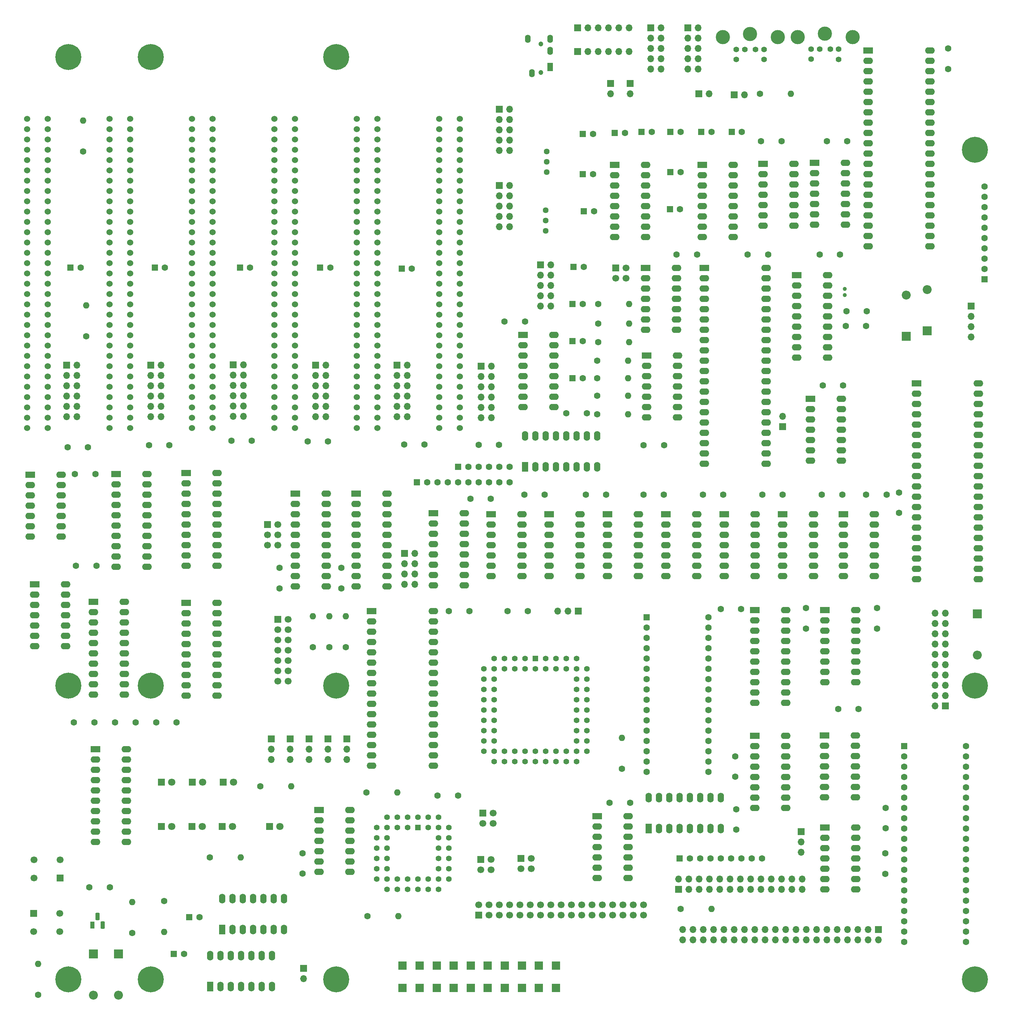
<source format=gbs>
%TF.GenerationSoftware,KiCad,Pcbnew,9.0.2*%
%TF.CreationDate,2025-11-03T15:21:29-06:00*%
%TF.ProjectId,N8PC,4e385043-2e6b-4696-9361-645f70636258,6/20/2025 004*%
%TF.SameCoordinates,Original*%
%TF.FileFunction,Soldermask,Bot*%
%TF.FilePolarity,Negative*%
%FSLAX46Y46*%
G04 Gerber Fmt 4.6, Leading zero omitted, Abs format (unit mm)*
G04 Created by KiCad (PCBNEW 9.0.2) date 2025-11-03 15:21:29*
%MOMM*%
%LPD*%
G01*
G04 APERTURE LIST*
G04 Aperture macros list*
%AMRoundRect*
0 Rectangle with rounded corners*
0 $1 Rounding radius*
0 $2 $3 $4 $5 $6 $7 $8 $9 X,Y pos of 4 corners*
0 Add a 4 corners polygon primitive as box body*
4,1,4,$2,$3,$4,$5,$6,$7,$8,$9,$2,$3,0*
0 Add four circle primitives for the rounded corners*
1,1,$1+$1,$2,$3*
1,1,$1+$1,$4,$5*
1,1,$1+$1,$6,$7*
1,1,$1+$1,$8,$9*
0 Add four rect primitives between the rounded corners*
20,1,$1+$1,$2,$3,$4,$5,0*
20,1,$1+$1,$4,$5,$6,$7,0*
20,1,$1+$1,$6,$7,$8,$9,0*
20,1,$1+$1,$8,$9,$2,$3,0*%
G04 Aperture macros list end*
%ADD10R,1.700000X1.700000*%
%ADD11C,1.700000*%
%ADD12O,1.700000X1.700000*%
%ADD13C,1.600000*%
%ADD14O,1.600000X1.600000*%
%ADD15R,2.400000X1.600000*%
%ADD16O,2.400000X1.600000*%
%ADD17RoundRect,0.250000X-0.550000X-0.550000X0.550000X-0.550000X0.550000X0.550000X-0.550000X0.550000X0*%
%ADD18R,1.600000X2.400000*%
%ADD19O,1.600000X2.400000*%
%ADD20R,2.200000X2.200000*%
%ADD21O,2.200000X2.200000*%
%ADD22R,1.600000X1.600000*%
%ADD23C,1.000000*%
%ADD24C,3.600000*%
%ADD25C,6.400000*%
%ADD26R,2.125980X2.125980*%
%ADD27C,1.422400*%
%ADD28C,3.497580*%
%ADD29C,1.524000*%
%ADD30R,1.800000X1.800000*%
%ADD31C,1.800000*%
%ADD32C,1.440000*%
%ADD33O,1.400000X2.000000*%
%ADD34C,1.200000*%
%ADD35R,1.400000X2.000000*%
%ADD36R,1.422400X1.422400*%
%ADD37R,1.100000X1.800000*%
%ADD38RoundRect,0.275000X-0.275000X-0.625000X0.275000X-0.625000X0.275000X0.625000X-0.275000X0.625000X0*%
G04 APERTURE END LIST*
D10*
%TO.C,SW1*%
X74422000Y-277440000D03*
D11*
X80922000Y-277440000D03*
X74422000Y-281940000D03*
X80922000Y-281940000D03*
%TD*%
D10*
%TO.C,SW2*%
X81006000Y-268744000D03*
D11*
X74506000Y-268744000D03*
X81006000Y-264244000D03*
X74506000Y-264244000D03*
%TD*%
D10*
%TO.C,P16*%
X305577200Y-127806800D03*
D12*
X305577200Y-130346800D03*
X305577200Y-132886800D03*
X305577200Y-135426800D03*
%TD*%
D10*
%TO.C,P12*%
X140988600Y-291033600D03*
D12*
X140988600Y-293573600D03*
%TD*%
D10*
%TO.C,JP3*%
X247142000Y-75692000D03*
D12*
X249682000Y-75692000D03*
%TD*%
D13*
%TO.C,R6*%
X86638000Y-89628000D03*
D14*
X86638000Y-82008000D03*
%TD*%
D13*
%TO.C,R7*%
X143256000Y-211836000D03*
D14*
X143256000Y-204216000D03*
%TD*%
D13*
%TO.C,R4*%
X253492000Y-75438000D03*
D14*
X261112000Y-75438000D03*
%TD*%
D13*
%TO.C,R1*%
X106654600Y-274396200D03*
D14*
X106654600Y-282016200D03*
%TD*%
D13*
%TO.C,R3*%
X98780600Y-282321000D03*
D14*
X98780600Y-274701000D03*
%TD*%
D13*
%TO.C,R2*%
X75582200Y-297507000D03*
D14*
X75582200Y-289887000D03*
%TD*%
D10*
%TO.C,P18*%
X235712000Y-59182000D03*
D12*
X238252000Y-59182000D03*
X235712000Y-61722000D03*
X238252000Y-61722000D03*
X235712000Y-64262000D03*
X238252000Y-64262000D03*
X235712000Y-66802000D03*
X238252000Y-66802000D03*
X235712000Y-69342000D03*
X238252000Y-69342000D03*
%TD*%
D10*
%TO.C,P15*%
X199390000Y-117602000D03*
D12*
X201930000Y-117602000D03*
X199390000Y-120142000D03*
X201930000Y-120142000D03*
X199390000Y-122682000D03*
X201930000Y-122682000D03*
X199390000Y-125222000D03*
X201930000Y-125222000D03*
X199390000Y-127762000D03*
X201930000Y-127762000D03*
%TD*%
D10*
%TO.C,P1*%
X132080000Y-181610000D03*
D11*
X134620000Y-181610000D03*
X132080000Y-184150000D03*
X134620000Y-184150000D03*
X132080000Y-186690000D03*
X134620000Y-186690000D03*
%TD*%
D15*
%TO.C,U8*%
X215950800Y-179070000D03*
D16*
X215950800Y-181610000D03*
X215950800Y-184150000D03*
X215950800Y-186690000D03*
X215950800Y-189230000D03*
X215950800Y-191770000D03*
X215950800Y-194310000D03*
X223570800Y-194310000D03*
X223570800Y-191770000D03*
X223570800Y-189230000D03*
X223570800Y-186690000D03*
X223570800Y-184150000D03*
X223570800Y-181610000D03*
X223570800Y-179070000D03*
%TD*%
D15*
%TO.C,U48*%
X239776000Y-118364000D03*
D16*
X239776000Y-120904000D03*
X239776000Y-123444000D03*
X239776000Y-125984000D03*
X239776000Y-128524000D03*
X239776000Y-131064000D03*
X239776000Y-133604000D03*
X239776000Y-136144000D03*
X239776000Y-138684000D03*
X239776000Y-141224000D03*
X239776000Y-143764000D03*
X239776000Y-146304000D03*
X239776000Y-148844000D03*
X239776000Y-151384000D03*
X239776000Y-153924000D03*
X239776000Y-156464000D03*
X239776000Y-159004000D03*
X239776000Y-161544000D03*
X239776000Y-164084000D03*
X239776000Y-166624000D03*
X255016000Y-166624000D03*
X255016000Y-164084000D03*
X255016000Y-161544000D03*
X255016000Y-159004000D03*
X255016000Y-156464000D03*
X255016000Y-153924000D03*
X255016000Y-151384000D03*
X255016000Y-148844000D03*
X255016000Y-146304000D03*
X255016000Y-143764000D03*
X255016000Y-141224000D03*
X255016000Y-138684000D03*
X255016000Y-136144000D03*
X255016000Y-133604000D03*
X255016000Y-131064000D03*
X255016000Y-128524000D03*
X255016000Y-125984000D03*
X255016000Y-123444000D03*
X255016000Y-120904000D03*
X255016000Y-118364000D03*
%TD*%
D17*
%TO.C,U38*%
X289052000Y-236220000D03*
D13*
X289052000Y-238760000D03*
X289052000Y-241300000D03*
X289052000Y-243840000D03*
X289052000Y-246380000D03*
X289052000Y-248920000D03*
X289052000Y-251460000D03*
X289052000Y-254000000D03*
X289052000Y-256540000D03*
X289052000Y-259080000D03*
X289052000Y-261620000D03*
X289052000Y-264160000D03*
X289052000Y-266700000D03*
X289052000Y-269240000D03*
X289052000Y-271780000D03*
X289052000Y-274320000D03*
X289052000Y-276860000D03*
X289052000Y-279400000D03*
X289052000Y-281940000D03*
X289052000Y-284480000D03*
X304292000Y-284480000D03*
X304292000Y-281940000D03*
X304292000Y-279400000D03*
X304292000Y-276860000D03*
X304292000Y-274320000D03*
X304292000Y-271780000D03*
X304292000Y-269240000D03*
X304292000Y-266700000D03*
X304292000Y-264160000D03*
X304292000Y-261620000D03*
X304292000Y-259080000D03*
X304292000Y-256540000D03*
X304292000Y-254000000D03*
X304292000Y-251460000D03*
X304292000Y-248920000D03*
X304292000Y-246380000D03*
X304292000Y-243840000D03*
X304292000Y-241300000D03*
X304292000Y-238760000D03*
X304292000Y-236220000D03*
%TD*%
D15*
%TO.C,U39*%
X269488000Y-233594000D03*
D16*
X269488000Y-236134000D03*
X269488000Y-238674000D03*
X269488000Y-241214000D03*
X269488000Y-243754000D03*
X269488000Y-246294000D03*
X269488000Y-248834000D03*
X277108000Y-248834000D03*
X277108000Y-246294000D03*
X277108000Y-243754000D03*
X277108000Y-241214000D03*
X277108000Y-238674000D03*
X277108000Y-236134000D03*
X277108000Y-233594000D03*
%TD*%
D15*
%TO.C,U28*%
X112014000Y-200914000D03*
D16*
X112014000Y-203454000D03*
X112014000Y-205994000D03*
X112014000Y-208534000D03*
X112014000Y-211074000D03*
X112014000Y-213614000D03*
X112014000Y-216154000D03*
X112014000Y-218694000D03*
X112014000Y-221234000D03*
X112014000Y-223774000D03*
X119634000Y-223774000D03*
X119634000Y-221234000D03*
X119634000Y-218694000D03*
X119634000Y-216154000D03*
X119634000Y-213614000D03*
X119634000Y-211074000D03*
X119634000Y-208534000D03*
X119634000Y-205994000D03*
X119634000Y-203454000D03*
X119634000Y-200914000D03*
%TD*%
D15*
%TO.C,U34*%
X225298000Y-118364000D03*
D16*
X225298000Y-120904000D03*
X225298000Y-123444000D03*
X225298000Y-125984000D03*
X225298000Y-128524000D03*
X225298000Y-131064000D03*
X225298000Y-133604000D03*
X232918000Y-133604000D03*
X232918000Y-131064000D03*
X232918000Y-128524000D03*
X232918000Y-125984000D03*
X232918000Y-123444000D03*
X232918000Y-120904000D03*
X232918000Y-118364000D03*
%TD*%
D15*
%TO.C,U49*%
X265938000Y-150622000D03*
D16*
X265938000Y-153162000D03*
X265938000Y-155702000D03*
X265938000Y-158242000D03*
X265938000Y-160782000D03*
X265938000Y-163322000D03*
X265938000Y-165862000D03*
X273558000Y-165862000D03*
X273558000Y-163322000D03*
X273558000Y-160782000D03*
X273558000Y-158242000D03*
X273558000Y-155702000D03*
X273558000Y-153162000D03*
X273558000Y-150622000D03*
%TD*%
D10*
%TO.C,P17*%
X165862000Y-188722000D03*
D12*
X168402000Y-188722000D03*
X165862000Y-191262000D03*
X168402000Y-191262000D03*
X165862000Y-193802000D03*
X168402000Y-193802000D03*
X165862000Y-196342000D03*
X168402000Y-196342000D03*
%TD*%
D18*
%TO.C,U19*%
X117950800Y-295534400D03*
D19*
X120490800Y-295534400D03*
X123030800Y-295534400D03*
X125570800Y-295534400D03*
X128110800Y-295534400D03*
X130650800Y-295534400D03*
X133190800Y-295534400D03*
X133190800Y-287914400D03*
X130650800Y-287914400D03*
X128110800Y-287914400D03*
X125570800Y-287914400D03*
X123030800Y-287914400D03*
X120490800Y-287914400D03*
X117950800Y-287914400D03*
%TD*%
D15*
%TO.C,P14*%
X73654000Y-169332000D03*
D16*
X73654000Y-171872000D03*
X73654000Y-174412000D03*
X73654000Y-176952000D03*
X73654000Y-179492000D03*
X73654000Y-182032000D03*
X73654000Y-184572000D03*
X81274000Y-184572000D03*
X81274000Y-182032000D03*
X81274000Y-179492000D03*
X81274000Y-176952000D03*
X81274000Y-174412000D03*
X81274000Y-171872000D03*
X81274000Y-169332000D03*
%TD*%
D15*
%TO.C,U7*%
X230327200Y-179070000D03*
D16*
X230327200Y-181610000D03*
X230327200Y-184150000D03*
X230327200Y-186690000D03*
X230327200Y-189230000D03*
X230327200Y-191770000D03*
X230327200Y-194310000D03*
X237947200Y-194310000D03*
X237947200Y-191770000D03*
X237947200Y-189230000D03*
X237947200Y-186690000D03*
X237947200Y-184150000D03*
X237947200Y-181610000D03*
X237947200Y-179070000D03*
%TD*%
D20*
%TO.C,D2*%
X89197800Y-287453400D03*
D21*
X89197800Y-297613400D03*
%TD*%
D20*
%TO.C,D1*%
X95395400Y-287453400D03*
D21*
X95395400Y-297613400D03*
%TD*%
D13*
%TO.C,C29*%
X123259400Y-160990600D03*
X128259400Y-160990600D03*
%TD*%
%TO.C,C46*%
X102934600Y-162030600D03*
X107934600Y-162030600D03*
%TD*%
%TO.C,C44*%
X239481600Y-174244000D03*
X244481600Y-174244000D03*
%TD*%
%TO.C,C39*%
X224870000Y-162052000D03*
X229870000Y-162052000D03*
%TD*%
%TO.C,C36*%
X104694000Y-230402000D03*
X109694000Y-230402000D03*
%TD*%
%TO.C,C25*%
X216488000Y-250190000D03*
X221488000Y-250190000D03*
%TD*%
%TO.C,C48*%
X82868600Y-162589400D03*
X87868600Y-162589400D03*
%TD*%
%TO.C,C50*%
X254146800Y-174244000D03*
X259146800Y-174244000D03*
%TD*%
%TO.C,C52*%
X150344000Y-192324000D03*
X150344000Y-197324000D03*
%TD*%
%TO.C,C54*%
X275036000Y-87098000D03*
X270036000Y-87098000D03*
%TD*%
D22*
%TO.C,C62*%
X209844000Y-85344000D03*
D13*
X212344000Y-85344000D03*
%TD*%
D22*
%TO.C,C58*%
X224322000Y-84836000D03*
D13*
X226822000Y-84836000D03*
%TD*%
%TO.C,C24*%
X268270000Y-115086000D03*
X273270000Y-115086000D03*
%TD*%
%TO.C,C23*%
X268986000Y-147320000D03*
X273986000Y-147320000D03*
%TD*%
%TO.C,C27*%
X284504000Y-256494000D03*
X284504000Y-251494000D03*
%TD*%
%TO.C,C19*%
X264898000Y-202230000D03*
X264898000Y-207230000D03*
%TD*%
%TO.C,C31*%
X284456000Y-262682000D03*
X284456000Y-267682000D03*
%TD*%
%TO.C,C38*%
X182164000Y-175284000D03*
X187164000Y-175284000D03*
%TD*%
%TO.C,C15*%
X88218000Y-271018000D03*
X93218000Y-271018000D03*
%TD*%
%TO.C,C11*%
X135104000Y-192324000D03*
X135104000Y-197324000D03*
%TD*%
%TO.C,C7*%
X210612000Y-174268000D03*
X215612000Y-174268000D03*
%TD*%
%TO.C,C20*%
X224816400Y-174244000D03*
X229816400Y-174244000D03*
%TD*%
%TO.C,C16*%
X174070000Y-248412000D03*
X179070000Y-248412000D03*
%TD*%
%TO.C,C12*%
X140716000Y-267636000D03*
X140716000Y-262636000D03*
%TD*%
%TO.C,C8*%
X268812000Y-174244000D03*
X273812000Y-174244000D03*
%TD*%
%TO.C,C5*%
X205820000Y-154178000D03*
X210820000Y-154178000D03*
%TD*%
%TO.C,C13*%
X195580000Y-131572000D03*
X190580000Y-131572000D03*
%TD*%
%TO.C,C21*%
X165825000Y-161929000D03*
X170825000Y-161929000D03*
%TD*%
D22*
%TO.C,C61*%
X217718000Y-85090000D03*
D13*
X220218000Y-85090000D03*
%TD*%
D22*
%TO.C,C35*%
X109006000Y-287426400D03*
D13*
X111506000Y-287426400D03*
%TD*%
D22*
%TO.C,C2*%
X83523000Y-118267800D03*
D13*
X86023000Y-118267800D03*
%TD*%
D22*
%TO.C,C3*%
X125310000Y-118267800D03*
D13*
X127810000Y-118267800D03*
%TD*%
D22*
%TO.C,C28*%
X112816000Y-278384000D03*
D13*
X115316000Y-278384000D03*
%TD*%
D22*
%TO.C,C63*%
X209844000Y-95250000D03*
D13*
X212344000Y-95250000D03*
%TD*%
D22*
%TO.C,C4*%
X104329600Y-118267800D03*
D13*
X106829600Y-118267800D03*
%TD*%
D22*
%TO.C,C1*%
X145103400Y-118267800D03*
D13*
X147603400Y-118267800D03*
%TD*%
D22*
%TO.C,C64*%
X210098000Y-104394000D03*
D13*
X212598000Y-104394000D03*
%TD*%
D23*
%TO.C,X1*%
X274411400Y-125063600D03*
X274411400Y-123563600D03*
%TD*%
D24*
%TO.C,P6*%
X149040400Y-66372400D03*
D25*
X149040400Y-66372400D03*
%TD*%
D24*
%TO.C,P5*%
X83000400Y-293702400D03*
D25*
X83000400Y-293702400D03*
%TD*%
D24*
%TO.C,P3*%
X103320400Y-293702400D03*
D25*
X103320400Y-293702400D03*
%TD*%
D24*
%TO.C,P2*%
X103320400Y-66372400D03*
D25*
X103320400Y-66372400D03*
%TD*%
D24*
%TO.C,P7*%
X83000400Y-66372400D03*
D25*
X83000400Y-66372400D03*
%TD*%
D26*
%TO.C,P11*%
X203221100Y-295829020D03*
X203221100Y-290327380D03*
X199019940Y-295829020D03*
X199019940Y-290327380D03*
X194821320Y-295829020D03*
X194821320Y-290327380D03*
X190620160Y-295829020D03*
X190620160Y-290327380D03*
X186421540Y-295829020D03*
X186421540Y-290327380D03*
X182220380Y-295829020D03*
X182220380Y-290327380D03*
X178021760Y-295829020D03*
X178021760Y-290327380D03*
X173820600Y-295829020D03*
X173820600Y-290327380D03*
X169621980Y-295829020D03*
X169621980Y-290327380D03*
X165420820Y-295829020D03*
X165420820Y-290327380D03*
%TD*%
D13*
%TO.C,C37*%
X195486000Y-174244000D03*
X200486000Y-174244000D03*
%TD*%
%TO.C,C6*%
X84916000Y-191770000D03*
X89916000Y-191770000D03*
%TD*%
%TO.C,C10*%
X176864000Y-202946000D03*
X181864000Y-202946000D03*
%TD*%
%TO.C,C18*%
X253826000Y-87122000D03*
X258826000Y-87122000D03*
%TD*%
%TO.C,C22*%
X282424000Y-202230000D03*
X282424000Y-207230000D03*
%TD*%
%TO.C,C26*%
X279734000Y-174244000D03*
X284734000Y-174244000D03*
%TD*%
%TO.C,C30*%
X232998000Y-115062000D03*
X237998000Y-115062000D03*
%TD*%
%TO.C,C33*%
X299950000Y-64308000D03*
X299950000Y-69308000D03*
%TD*%
%TO.C,C40*%
X243886000Y-202462000D03*
X248886000Y-202462000D03*
%TD*%
%TO.C,C43*%
X142050600Y-161116200D03*
X147050600Y-161116200D03*
%TD*%
%TO.C,C45*%
X191308000Y-202970000D03*
X196308000Y-202970000D03*
%TD*%
%TO.C,C47*%
X94568000Y-230378000D03*
X99568000Y-230378000D03*
%TD*%
%TO.C,C49*%
X84408000Y-230378000D03*
X89408000Y-230378000D03*
%TD*%
%TO.C,C51*%
X247396000Y-243760000D03*
X247396000Y-238760000D03*
%TD*%
%TO.C,C53*%
X272796000Y-227076000D03*
X277796000Y-227076000D03*
%TD*%
D15*
%TO.C,U26*%
X266954000Y-92456000D03*
D16*
X266954000Y-94996000D03*
X266954000Y-97536000D03*
X266954000Y-100076000D03*
X266954000Y-102616000D03*
X266954000Y-105156000D03*
X266954000Y-107696000D03*
X274574000Y-107696000D03*
X274574000Y-105156000D03*
X274574000Y-102616000D03*
X274574000Y-100076000D03*
X274574000Y-97536000D03*
X274574000Y-94996000D03*
X274574000Y-92456000D03*
%TD*%
D15*
%TO.C,U2*%
X244703600Y-179070000D03*
D16*
X244703600Y-181610000D03*
X244703600Y-184150000D03*
X244703600Y-186690000D03*
X244703600Y-189230000D03*
X244703600Y-191770000D03*
X244703600Y-194310000D03*
X252323600Y-194310000D03*
X252323600Y-191770000D03*
X252323600Y-189230000D03*
X252323600Y-186690000D03*
X252323600Y-184150000D03*
X252323600Y-181610000D03*
X252323600Y-179070000D03*
%TD*%
D15*
%TO.C,U25*%
X280162000Y-64770000D03*
D16*
X280162000Y-67310000D03*
X280162000Y-69850000D03*
X280162000Y-72390000D03*
X280162000Y-74930000D03*
X280162000Y-77470000D03*
X280162000Y-80010000D03*
X280162000Y-82550000D03*
X280162000Y-85090000D03*
X280162000Y-87630000D03*
X280162000Y-90170000D03*
X280162000Y-92710000D03*
X280162000Y-95250000D03*
X280162000Y-97790000D03*
X280162000Y-100330000D03*
X280162000Y-102870000D03*
X280162000Y-105410000D03*
X280162000Y-107950000D03*
X280162000Y-110490000D03*
X280162000Y-113030000D03*
X295402000Y-113030000D03*
X295402000Y-110490000D03*
X295402000Y-107950000D03*
X295402000Y-105410000D03*
X295402000Y-102870000D03*
X295402000Y-100330000D03*
X295402000Y-97790000D03*
X295402000Y-95250000D03*
X295402000Y-92710000D03*
X295402000Y-90170000D03*
X295402000Y-87630000D03*
X295402000Y-85090000D03*
X295402000Y-82550000D03*
X295402000Y-80010000D03*
X295402000Y-77470000D03*
X295402000Y-74930000D03*
X295402000Y-72390000D03*
X295402000Y-69850000D03*
X295402000Y-67310000D03*
X295402000Y-64770000D03*
%TD*%
D15*
%TO.C,U27*%
X89154000Y-200660000D03*
D16*
X89154000Y-203200000D03*
X89154000Y-205740000D03*
X89154000Y-208280000D03*
X89154000Y-210820000D03*
X89154000Y-213360000D03*
X89154000Y-215900000D03*
X89154000Y-218440000D03*
X89154000Y-220980000D03*
X89154000Y-223520000D03*
X96774000Y-223520000D03*
X96774000Y-220980000D03*
X96774000Y-218440000D03*
X96774000Y-215900000D03*
X96774000Y-213360000D03*
X96774000Y-210820000D03*
X96774000Y-208280000D03*
X96774000Y-205740000D03*
X96774000Y-203200000D03*
X96774000Y-200660000D03*
%TD*%
D15*
%TO.C,U4*%
X112014000Y-168910000D03*
D16*
X112014000Y-171450000D03*
X112014000Y-173990000D03*
X112014000Y-176530000D03*
X112014000Y-179070000D03*
X112014000Y-181610000D03*
X112014000Y-184150000D03*
X112014000Y-186690000D03*
X112014000Y-189230000D03*
X112014000Y-191770000D03*
X119634000Y-191770000D03*
X119634000Y-189230000D03*
X119634000Y-186690000D03*
X119634000Y-184150000D03*
X119634000Y-181610000D03*
X119634000Y-179070000D03*
X119634000Y-176530000D03*
X119634000Y-173990000D03*
X119634000Y-171450000D03*
X119634000Y-168910000D03*
%TD*%
D15*
%TO.C,U6*%
X74676000Y-196342000D03*
D16*
X74676000Y-198882000D03*
X74676000Y-201422000D03*
X74676000Y-203962000D03*
X74676000Y-206502000D03*
X74676000Y-209042000D03*
X74676000Y-211582000D03*
X82296000Y-211582000D03*
X82296000Y-209042000D03*
X82296000Y-206502000D03*
X82296000Y-203962000D03*
X82296000Y-201422000D03*
X82296000Y-198882000D03*
X82296000Y-196342000D03*
%TD*%
D15*
%TO.C,U5*%
X225552000Y-139954000D03*
D16*
X225552000Y-142494000D03*
X225552000Y-145034000D03*
X225552000Y-147574000D03*
X225552000Y-150114000D03*
X225552000Y-152654000D03*
X225552000Y-155194000D03*
X233172000Y-155194000D03*
X233172000Y-152654000D03*
X233172000Y-150114000D03*
X233172000Y-147574000D03*
X233172000Y-145034000D03*
X233172000Y-142494000D03*
X233172000Y-139954000D03*
%TD*%
D15*
%TO.C,U35*%
X239268000Y-92964000D03*
D16*
X239268000Y-95504000D03*
X239268000Y-98044000D03*
X239268000Y-100584000D03*
X239268000Y-103124000D03*
X239268000Y-105664000D03*
X239268000Y-108204000D03*
X239268000Y-110744000D03*
X246888000Y-110744000D03*
X246888000Y-108204000D03*
X246888000Y-105664000D03*
X246888000Y-103124000D03*
X246888000Y-100584000D03*
X246888000Y-98044000D03*
X246888000Y-95504000D03*
X246888000Y-92964000D03*
%TD*%
D13*
%TO.C,R5*%
X117856000Y-263652000D03*
D14*
X125476000Y-263652000D03*
%TD*%
D13*
%TO.C,C41*%
X247650000Y-251794000D03*
X247650000Y-256794000D03*
%TD*%
D22*
%TO.C,C109*%
X207304000Y-136398000D03*
D13*
X209804000Y-136398000D03*
%TD*%
%TO.C,C32*%
X184175400Y-161950400D03*
X189175400Y-161950400D03*
%TD*%
D22*
%TO.C,C72*%
X246551000Y-84829000D03*
D13*
X249051000Y-84829000D03*
%TD*%
D27*
%TO.C,J16*%
X249811560Y-64515980D03*
X252407440Y-64515980D03*
X247710980Y-64515980D03*
X254508020Y-64515980D03*
X247710980Y-66964540D03*
X254508020Y-67015340D03*
D28*
X257909080Y-61516240D03*
X251109500Y-60718680D03*
X244360720Y-61516240D03*
%TD*%
D24*
%TO.C,P21*%
X306520400Y-89232400D03*
D25*
X306520400Y-89232400D03*
%TD*%
D15*
%TO.C,U68*%
X172974000Y-178816000D03*
D16*
X172974000Y-181356000D03*
X172974000Y-183896000D03*
X172974000Y-186436000D03*
X172974000Y-188976000D03*
X172974000Y-191516000D03*
X172974000Y-194056000D03*
X172974000Y-196596000D03*
X180594000Y-196596000D03*
X180594000Y-194056000D03*
X180594000Y-191516000D03*
X180594000Y-188976000D03*
X180594000Y-186436000D03*
X180594000Y-183896000D03*
X180594000Y-181356000D03*
X180594000Y-178816000D03*
%TD*%
D15*
%TO.C,U47*%
X262575000Y-120110600D03*
D16*
X262575000Y-122650600D03*
X262575000Y-125190600D03*
X262575000Y-127730600D03*
X262575000Y-130270600D03*
X262575000Y-132810600D03*
X262575000Y-135350600D03*
X262575000Y-137890600D03*
X262575000Y-140430600D03*
X270195000Y-140430600D03*
X270195000Y-137890600D03*
X270195000Y-135350600D03*
X270195000Y-132810600D03*
X270195000Y-130270600D03*
X270195000Y-127730600D03*
X270195000Y-125190600D03*
X270195000Y-122650600D03*
X270195000Y-120110600D03*
%TD*%
D15*
%TO.C,U32*%
X252222000Y-233680000D03*
D16*
X252222000Y-236220000D03*
X252222000Y-238760000D03*
X252222000Y-241300000D03*
X252222000Y-243840000D03*
X252222000Y-246380000D03*
X252222000Y-248920000D03*
X252222000Y-251460000D03*
X259842000Y-251460000D03*
X259842000Y-248920000D03*
X259842000Y-246380000D03*
X259842000Y-243840000D03*
X259842000Y-241300000D03*
X259842000Y-238760000D03*
X259842000Y-236220000D03*
X259842000Y-233680000D03*
%TD*%
D10*
%TO.C,J18*%
X216662000Y-72898000D03*
D12*
X216662000Y-75438000D03*
%TD*%
D29*
%TO.C,J14*%
X174465800Y-81666400D03*
X174465800Y-84206400D03*
X174465800Y-86746400D03*
X174465800Y-89286400D03*
X174465800Y-91826400D03*
X174465800Y-94366400D03*
X174465800Y-96906400D03*
X174465800Y-99446400D03*
X174465800Y-101986400D03*
X174465800Y-104526400D03*
X174465800Y-107066400D03*
X174465800Y-109606400D03*
X174465800Y-112146400D03*
X174465800Y-114686400D03*
X174465800Y-117226400D03*
X174465800Y-119766400D03*
X174465800Y-122306400D03*
X174465800Y-124846400D03*
X174465800Y-127386400D03*
X174465800Y-129926400D03*
X174465800Y-132466400D03*
X174465800Y-135006400D03*
X174465800Y-137546400D03*
X174465800Y-140086400D03*
X174465800Y-142626400D03*
X174465800Y-145166400D03*
X174465800Y-147706400D03*
X174465800Y-150246400D03*
X174465800Y-152786400D03*
X174465800Y-155326400D03*
X174465800Y-157866400D03*
X179545800Y-81666400D03*
X179545800Y-84206400D03*
X179545800Y-86746400D03*
X179545800Y-89286400D03*
X179545800Y-91826400D03*
X179545800Y-94366400D03*
X179545800Y-96906400D03*
X179545800Y-99446400D03*
X179545800Y-101986400D03*
X179545800Y-104526400D03*
X179545800Y-107066400D03*
X179545800Y-109606400D03*
X179545800Y-112146400D03*
X179545800Y-114686400D03*
X179545800Y-117226400D03*
X179545800Y-119766400D03*
X179545800Y-122306400D03*
X179545800Y-124846400D03*
X179545800Y-127386400D03*
X179545800Y-129926400D03*
X179545800Y-132466400D03*
X179545800Y-135006400D03*
X179545800Y-137546400D03*
X179545800Y-140086400D03*
X179545800Y-142626400D03*
X179545800Y-145166400D03*
X179545800Y-147706400D03*
X179545800Y-150246400D03*
X179545800Y-152786400D03*
X179545800Y-155326400D03*
X179545800Y-157866400D03*
%TD*%
D13*
%TO.C,R36*%
X233968000Y-276376000D03*
D14*
X241588000Y-276376000D03*
%TD*%
D10*
%TO.C,J2*%
X103308800Y-142372400D03*
D12*
X105848800Y-142372400D03*
X103308800Y-144912400D03*
X105848800Y-144912400D03*
X103308800Y-147452400D03*
X105848800Y-147452400D03*
X103308800Y-149992400D03*
X105848800Y-149992400D03*
X103308800Y-152532400D03*
X105848800Y-152532400D03*
X103308800Y-155072400D03*
X105848800Y-155072400D03*
%TD*%
D29*
%TO.C,J10*%
X154145800Y-81666400D03*
X154145800Y-84206400D03*
X154145800Y-86746400D03*
X154145800Y-89286400D03*
X154145800Y-91826400D03*
X154145800Y-94366400D03*
X154145800Y-96906400D03*
X154145800Y-99446400D03*
X154145800Y-101986400D03*
X154145800Y-104526400D03*
X154145800Y-107066400D03*
X154145800Y-109606400D03*
X154145800Y-112146400D03*
X154145800Y-114686400D03*
X154145800Y-117226400D03*
X154145800Y-119766400D03*
X154145800Y-122306400D03*
X154145800Y-124846400D03*
X154145800Y-127386400D03*
X154145800Y-129926400D03*
X154145800Y-132466400D03*
X154145800Y-135006400D03*
X154145800Y-137546400D03*
X154145800Y-140086400D03*
X154145800Y-142626400D03*
X154145800Y-145166400D03*
X154145800Y-147706400D03*
X154145800Y-150246400D03*
X154145800Y-152786400D03*
X154145800Y-155326400D03*
X154145800Y-157866400D03*
X159225800Y-81666400D03*
X159225800Y-84206400D03*
X159225800Y-86746400D03*
X159225800Y-89286400D03*
X159225800Y-91826400D03*
X159225800Y-94366400D03*
X159225800Y-96906400D03*
X159225800Y-99446400D03*
X159225800Y-101986400D03*
X159225800Y-104526400D03*
X159225800Y-107066400D03*
X159225800Y-109606400D03*
X159225800Y-112146400D03*
X159225800Y-114686400D03*
X159225800Y-117226400D03*
X159225800Y-119766400D03*
X159225800Y-122306400D03*
X159225800Y-124846400D03*
X159225800Y-127386400D03*
X159225800Y-129926400D03*
X159225800Y-132466400D03*
X159225800Y-135006400D03*
X159225800Y-137546400D03*
X159225800Y-140086400D03*
X159225800Y-142626400D03*
X159225800Y-145166400D03*
X159225800Y-147706400D03*
X159225800Y-150246400D03*
X159225800Y-152786400D03*
X159225800Y-155326400D03*
X159225800Y-157866400D03*
%TD*%
D10*
%TO.C,P13*%
X226568000Y-59182000D03*
D12*
X229108000Y-59182000D03*
X226568000Y-61722000D03*
X229108000Y-61722000D03*
X226568000Y-64262000D03*
X229108000Y-64262000D03*
X226568000Y-66802000D03*
X229108000Y-66802000D03*
X226568000Y-69342000D03*
X229108000Y-69342000D03*
%TD*%
D13*
%TO.C,R19*%
X213360000Y-141224000D03*
D14*
X220980000Y-141224000D03*
%TD*%
D15*
%TO.C,U55*%
X252222000Y-202692000D03*
D16*
X252222000Y-205232000D03*
X252222000Y-207772000D03*
X252222000Y-210312000D03*
X252222000Y-212852000D03*
X252222000Y-215392000D03*
X252222000Y-217932000D03*
X252222000Y-220472000D03*
X252222000Y-223012000D03*
X252222000Y-225552000D03*
X259842000Y-225552000D03*
X259842000Y-223012000D03*
X259842000Y-220472000D03*
X259842000Y-217932000D03*
X259842000Y-215392000D03*
X259842000Y-212852000D03*
X259842000Y-210312000D03*
X259842000Y-207772000D03*
X259842000Y-205232000D03*
X259842000Y-202692000D03*
%TD*%
D24*
%TO.C,P23*%
X103320400Y-221312400D03*
D25*
X103320400Y-221312400D03*
%TD*%
D10*
%TO.C,J9*%
X164001000Y-142347000D03*
D12*
X166541000Y-142347000D03*
X164001000Y-144887000D03*
X166541000Y-144887000D03*
X164001000Y-147427000D03*
X166541000Y-147427000D03*
X164001000Y-149967000D03*
X166541000Y-149967000D03*
X164001000Y-152507000D03*
X166541000Y-152507000D03*
X164001000Y-155047000D03*
X166541000Y-155047000D03*
%TD*%
D20*
%TO.C,D3*%
X294792600Y-133887200D03*
D21*
X294792600Y-123727200D03*
%TD*%
D30*
%TO.C,D11*%
X113452000Y-256033000D03*
D31*
X115992000Y-256033000D03*
%TD*%
D10*
%TO.C,K17*%
X208780000Y-202924000D03*
D12*
X206240000Y-202924000D03*
X203700000Y-202924000D03*
%TD*%
D27*
%TO.C,J15*%
X268254460Y-64467780D03*
X270850340Y-64467780D03*
X266153880Y-64467780D03*
X272950920Y-64467780D03*
X266153880Y-66916340D03*
X272950920Y-66967140D03*
D28*
X276351980Y-61468040D03*
X269552400Y-60670480D03*
X262803620Y-61468040D03*
%TD*%
D13*
%TO.C,C60*%
X274669200Y-132709000D03*
X279669200Y-132709000D03*
%TD*%
%TO.C,R42*%
X219480000Y-241774000D03*
D14*
X219480000Y-234154000D03*
%TD*%
D18*
%TO.C,U58*%
X226084000Y-256574000D03*
D19*
X228624000Y-256574000D03*
X231164000Y-256574000D03*
X233704000Y-256574000D03*
X236244000Y-256574000D03*
X238784000Y-256574000D03*
X241324000Y-256574000D03*
X243864000Y-256574000D03*
X243864000Y-248954000D03*
X241324000Y-248954000D03*
X238784000Y-248954000D03*
X236244000Y-248954000D03*
X233704000Y-248954000D03*
X231164000Y-248954000D03*
X228624000Y-248954000D03*
X226084000Y-248954000D03*
%TD*%
D24*
%TO.C,P10*%
X306520400Y-293702400D03*
D25*
X306520400Y-293702400D03*
%TD*%
D18*
%TO.C,U12*%
X120904000Y-281432000D03*
D19*
X123444000Y-281432000D03*
X125984000Y-281432000D03*
X128524000Y-281432000D03*
X131064000Y-281432000D03*
X133604000Y-281432000D03*
X136144000Y-281432000D03*
X136144000Y-273812000D03*
X133604000Y-273812000D03*
X131064000Y-273812000D03*
X128524000Y-273812000D03*
X125984000Y-273812000D03*
X123444000Y-273812000D03*
X120904000Y-273812000D03*
%TD*%
D22*
%TO.C,C17*%
X165216200Y-118541800D03*
D13*
X167716200Y-118541800D03*
%TD*%
%TO.C,R46*%
X156464000Y-247650000D03*
D14*
X164084000Y-247650000D03*
%TD*%
D30*
%TO.C,D6*%
X132588000Y-256032000D03*
D31*
X135128000Y-256032000D03*
%TD*%
D32*
%TO.C,RV1*%
X200914000Y-89662000D03*
X200914000Y-92202000D03*
X200914000Y-94742000D03*
%TD*%
D22*
%TO.C,C55*%
X239054000Y-84836000D03*
D13*
X241554000Y-84836000D03*
%TD*%
D29*
%TO.C,J8*%
X133825800Y-81666400D03*
X133825800Y-84206400D03*
X133825800Y-86746400D03*
X133825800Y-89286400D03*
X133825800Y-91826400D03*
X133825800Y-94366400D03*
X133825800Y-96906400D03*
X133825800Y-99446400D03*
X133825800Y-101986400D03*
X133825800Y-104526400D03*
X133825800Y-107066400D03*
X133825800Y-109606400D03*
X133825800Y-112146400D03*
X133825800Y-114686400D03*
X133825800Y-117226400D03*
X133825800Y-119766400D03*
X133825800Y-122306400D03*
X133825800Y-124846400D03*
X133825800Y-127386400D03*
X133825800Y-129926400D03*
X133825800Y-132466400D03*
X133825800Y-135006400D03*
X133825800Y-137546400D03*
X133825800Y-140086400D03*
X133825800Y-142626400D03*
X133825800Y-145166400D03*
X133825800Y-147706400D03*
X133825800Y-150246400D03*
X133825800Y-152786400D03*
X133825800Y-155326400D03*
X133825800Y-157866400D03*
X138905800Y-81666400D03*
X138905800Y-84206400D03*
X138905800Y-86746400D03*
X138905800Y-89286400D03*
X138905800Y-91826400D03*
X138905800Y-94366400D03*
X138905800Y-96906400D03*
X138905800Y-99446400D03*
X138905800Y-101986400D03*
X138905800Y-104526400D03*
X138905800Y-107066400D03*
X138905800Y-109606400D03*
X138905800Y-112146400D03*
X138905800Y-114686400D03*
X138905800Y-117226400D03*
X138905800Y-119766400D03*
X138905800Y-122306400D03*
X138905800Y-124846400D03*
X138905800Y-127386400D03*
X138905800Y-129926400D03*
X138905800Y-132466400D03*
X138905800Y-135006400D03*
X138905800Y-137546400D03*
X138905800Y-140086400D03*
X138905800Y-142626400D03*
X138905800Y-145166400D03*
X138905800Y-147706400D03*
X138905800Y-150246400D03*
X138905800Y-152786400D03*
X138905800Y-155326400D03*
X138905800Y-157866400D03*
%TD*%
D10*
%TO.C,J21*%
X194564000Y-263906000D03*
D11*
X197104000Y-263906000D03*
X194564000Y-266446000D03*
X197104000Y-266446000D03*
%TD*%
D24*
%TO.C,P9*%
X306520400Y-221312400D03*
D25*
X306520400Y-221312400D03*
%TD*%
D10*
%TO.C,P51*%
X189230000Y-98044000D03*
D12*
X191770000Y-98044000D03*
X189230000Y-100584000D03*
X191770000Y-100584000D03*
X189230000Y-103124000D03*
X191770000Y-103124000D03*
X189230000Y-105664000D03*
X191770000Y-105664000D03*
X189230000Y-108204000D03*
X191770000Y-108204000D03*
%TD*%
D20*
%TO.C,D5*%
X307162000Y-203628000D03*
D21*
X307162000Y-213788000D03*
%TD*%
D10*
%TO.C,K3*%
X133038000Y-234442000D03*
D12*
X133038000Y-236982000D03*
X133038000Y-239522000D03*
%TD*%
D33*
%TO.C,U51*%
X196276000Y-61858000D03*
D34*
X199476000Y-63158000D03*
X199476000Y-70158000D03*
D33*
X201776000Y-64858000D03*
X201776000Y-61858000D03*
X197276000Y-70358000D03*
D35*
X201776000Y-68858000D03*
%TD*%
D24*
%TO.C,P4*%
X149040400Y-293702400D03*
D25*
X149040400Y-293702400D03*
%TD*%
D15*
%TO.C,U10*%
X217678000Y-92964000D03*
D16*
X217678000Y-95504000D03*
X217678000Y-98044000D03*
X217678000Y-100584000D03*
X217678000Y-103124000D03*
X217678000Y-105664000D03*
X217678000Y-108204000D03*
X217678000Y-110744000D03*
X225298000Y-110744000D03*
X225298000Y-108204000D03*
X225298000Y-105664000D03*
X225298000Y-103124000D03*
X225298000Y-100584000D03*
X225298000Y-98044000D03*
X225298000Y-95504000D03*
X225298000Y-92964000D03*
%TD*%
D10*
%TO.C,K16*%
X146988000Y-234442000D03*
D12*
X146988000Y-236982000D03*
X146988000Y-239522000D03*
%TD*%
D15*
%TO.C,U24*%
X254254000Y-92710000D03*
D16*
X254254000Y-95250000D03*
X254254000Y-97790000D03*
X254254000Y-100330000D03*
X254254000Y-102870000D03*
X254254000Y-105410000D03*
X254254000Y-107950000D03*
X261874000Y-107950000D03*
X261874000Y-105410000D03*
X261874000Y-102870000D03*
X261874000Y-100330000D03*
X261874000Y-97790000D03*
X261874000Y-95250000D03*
X261874000Y-92710000D03*
%TD*%
D10*
%TO.C,K4*%
X137688000Y-234442000D03*
D12*
X137688000Y-236982000D03*
X137688000Y-239522000D03*
%TD*%
D29*
%TO.C,J4*%
X93185800Y-81666400D03*
X93185800Y-84206400D03*
X93185800Y-86746400D03*
X93185800Y-89286400D03*
X93185800Y-91826400D03*
X93185800Y-94366400D03*
X93185800Y-96906400D03*
X93185800Y-99446400D03*
X93185800Y-101986400D03*
X93185800Y-104526400D03*
X93185800Y-107066400D03*
X93185800Y-109606400D03*
X93185800Y-112146400D03*
X93185800Y-114686400D03*
X93185800Y-117226400D03*
X93185800Y-119766400D03*
X93185800Y-122306400D03*
X93185800Y-124846400D03*
X93185800Y-127386400D03*
X93185800Y-129926400D03*
X93185800Y-132466400D03*
X93185800Y-135006400D03*
X93185800Y-137546400D03*
X93185800Y-140086400D03*
X93185800Y-142626400D03*
X93185800Y-145166400D03*
X93185800Y-147706400D03*
X93185800Y-150246400D03*
X93185800Y-152786400D03*
X93185800Y-155326400D03*
X93185800Y-157866400D03*
X98265800Y-81666400D03*
X98265800Y-84206400D03*
X98265800Y-86746400D03*
X98265800Y-89286400D03*
X98265800Y-91826400D03*
X98265800Y-94366400D03*
X98265800Y-96906400D03*
X98265800Y-99446400D03*
X98265800Y-101986400D03*
X98265800Y-104526400D03*
X98265800Y-107066400D03*
X98265800Y-109606400D03*
X98265800Y-112146400D03*
X98265800Y-114686400D03*
X98265800Y-117226400D03*
X98265800Y-119766400D03*
X98265800Y-122306400D03*
X98265800Y-124846400D03*
X98265800Y-127386400D03*
X98265800Y-129926400D03*
X98265800Y-132466400D03*
X98265800Y-135006400D03*
X98265800Y-137546400D03*
X98265800Y-140086400D03*
X98265800Y-142626400D03*
X98265800Y-145166400D03*
X98265800Y-147706400D03*
X98265800Y-150246400D03*
X98265800Y-152786400D03*
X98265800Y-155326400D03*
X98265800Y-157866400D03*
%TD*%
D10*
%TO.C,P53*%
X134620000Y-204978000D03*
D11*
X137160000Y-204978000D03*
X134620000Y-207518000D03*
X137160000Y-207518000D03*
X134620000Y-210058000D03*
X137160000Y-210058000D03*
X134620000Y-212598000D03*
X137160000Y-212598000D03*
X134620000Y-215138000D03*
X137160000Y-215138000D03*
X134620000Y-217678000D03*
X137160000Y-217678000D03*
X134620000Y-220218000D03*
X137160000Y-220218000D03*
%TD*%
D10*
%TO.C,P52*%
X189230000Y-79248000D03*
D12*
X191770000Y-79248000D03*
X189230000Y-81788000D03*
X191770000Y-81788000D03*
X189230000Y-84328000D03*
X191770000Y-84328000D03*
X189230000Y-86868000D03*
X191770000Y-86868000D03*
X189230000Y-89408000D03*
X191770000Y-89408000D03*
%TD*%
D10*
%TO.C,J19*%
X208534000Y-59182000D03*
D12*
X211074000Y-59182000D03*
X213614000Y-59182000D03*
X216154000Y-59182000D03*
X218694000Y-59182000D03*
X221234000Y-59182000D03*
%TD*%
D24*
%TO.C,P22*%
X83000400Y-221312400D03*
D25*
X83000400Y-221312400D03*
%TD*%
D20*
%TO.C,D4*%
X289560200Y-135258800D03*
D21*
X289560200Y-125098800D03*
%TD*%
D13*
%TO.C,R9*%
X147334000Y-211836000D03*
D14*
X147334000Y-204216000D03*
%TD*%
D30*
%TO.C,D9*%
X121158000Y-245110000D03*
D31*
X123698000Y-245110000D03*
%TD*%
D13*
%TO.C,R22*%
X213360000Y-154432000D03*
D14*
X220980000Y-154432000D03*
%TD*%
D10*
%TO.C,JP2*%
X238474000Y-75460000D03*
D12*
X241014000Y-75460000D03*
%TD*%
D15*
%TO.C,U16*%
X89662000Y-236982000D03*
D16*
X89662000Y-239522000D03*
X89662000Y-242062000D03*
X89662000Y-244602000D03*
X89662000Y-247142000D03*
X89662000Y-249682000D03*
X89662000Y-252222000D03*
X89662000Y-254762000D03*
X89662000Y-257302000D03*
X89662000Y-259842000D03*
X97282000Y-259842000D03*
X97282000Y-257302000D03*
X97282000Y-254762000D03*
X97282000Y-252222000D03*
X97282000Y-249682000D03*
X97282000Y-247142000D03*
X97282000Y-244602000D03*
X97282000Y-242062000D03*
X97282000Y-239522000D03*
X97282000Y-236982000D03*
%TD*%
D18*
%TO.C,U67*%
X195580000Y-167386000D03*
D19*
X198120000Y-167386000D03*
X200660000Y-167386000D03*
X203200000Y-167386000D03*
X205740000Y-167386000D03*
X208280000Y-167386000D03*
X210820000Y-167386000D03*
X213360000Y-167386000D03*
X213360000Y-159766000D03*
X210820000Y-159766000D03*
X208280000Y-159766000D03*
X205740000Y-159766000D03*
X203200000Y-159766000D03*
X200660000Y-159766000D03*
X198120000Y-159766000D03*
X195580000Y-159766000D03*
%TD*%
D10*
%TO.C,J20*%
X221488000Y-72898000D03*
D12*
X221488000Y-75438000D03*
%TD*%
D10*
%TO.C,J7*%
X143953800Y-142372400D03*
D12*
X146493800Y-142372400D03*
X143953800Y-144912400D03*
X146493800Y-144912400D03*
X143953800Y-147452400D03*
X146493800Y-147452400D03*
X143953800Y-149992400D03*
X146493800Y-149992400D03*
X143953800Y-152532400D03*
X146493800Y-152532400D03*
X143953800Y-155072400D03*
X146493800Y-155072400D03*
%TD*%
D36*
%TO.C,U52*%
X198120000Y-214630000D03*
D27*
X198120000Y-217170000D03*
X195580000Y-214630000D03*
X195580000Y-217170000D03*
X193040000Y-214630000D03*
X193040000Y-217170000D03*
X190500000Y-214630000D03*
X190500000Y-217170000D03*
X187960000Y-214630000D03*
X185420000Y-217170000D03*
X187960000Y-217170000D03*
X185420000Y-219710000D03*
X187960000Y-219710000D03*
X185420000Y-222250000D03*
X187960000Y-222250000D03*
X185420000Y-224790000D03*
X187960000Y-224790000D03*
X185420000Y-227330000D03*
X187960000Y-227330000D03*
X185420000Y-229870000D03*
X187960000Y-229870000D03*
X185420000Y-232410000D03*
X187960000Y-232410000D03*
X185420000Y-234950000D03*
X187960000Y-234950000D03*
X185420000Y-237490000D03*
X187960000Y-240030000D03*
X187960000Y-237490000D03*
X190500000Y-240030000D03*
X190500000Y-237490000D03*
X193040000Y-240030000D03*
X193040000Y-237490000D03*
X195580000Y-240030000D03*
X195580000Y-237490000D03*
X198120000Y-240030000D03*
X198120000Y-237490000D03*
X200660000Y-240030000D03*
X200660000Y-237490000D03*
X203200000Y-240030000D03*
X203200000Y-237490000D03*
X205740000Y-240030000D03*
X205740000Y-237490000D03*
X208280000Y-240030000D03*
X210820000Y-237490000D03*
X208280000Y-237490000D03*
X210820000Y-234950000D03*
X208280000Y-234950000D03*
X210820000Y-232410000D03*
X208280000Y-232410000D03*
X210820000Y-229870000D03*
X208280000Y-229870000D03*
X210820000Y-227330000D03*
X208280000Y-227330000D03*
X210820000Y-224790000D03*
X208280000Y-224790000D03*
X210820000Y-222250000D03*
X208280000Y-222250000D03*
X210820000Y-219710000D03*
X208280000Y-219710000D03*
X210820000Y-217170000D03*
X208280000Y-214630000D03*
X208280000Y-217170000D03*
X205740000Y-214630000D03*
X205740000Y-217170000D03*
X203200000Y-214630000D03*
X203200000Y-217170000D03*
X200660000Y-214630000D03*
X200660000Y-217170000D03*
%TD*%
D36*
%TO.C,U61*%
X169164000Y-256286000D03*
D27*
X166624000Y-253746000D03*
X166624000Y-256286000D03*
X164084000Y-253746000D03*
X164084000Y-256286000D03*
X161544000Y-253746000D03*
X159004000Y-256286000D03*
X161544000Y-256286000D03*
X159004000Y-258826000D03*
X161544000Y-258826000D03*
X159004000Y-261366000D03*
X161544000Y-261366000D03*
X159004000Y-263906000D03*
X161544000Y-263906000D03*
X159004000Y-266446000D03*
X161544000Y-266446000D03*
X159004000Y-268986000D03*
X161544000Y-271526000D03*
X161544000Y-268986000D03*
X164084000Y-271526000D03*
X164084000Y-268986000D03*
X166624000Y-271526000D03*
X166624000Y-268986000D03*
X169164000Y-271526000D03*
X169164000Y-268986000D03*
X171704000Y-271526000D03*
X171704000Y-268986000D03*
X174244000Y-271526000D03*
X176784000Y-268986000D03*
X174244000Y-268986000D03*
X176784000Y-266446000D03*
X174244000Y-266446000D03*
X176784000Y-263906000D03*
X174244000Y-263906000D03*
X176784000Y-261366000D03*
X174244000Y-261366000D03*
X176784000Y-258826000D03*
X174244000Y-258826000D03*
X176784000Y-256286000D03*
X174244000Y-253746000D03*
X174244000Y-256286000D03*
X171704000Y-253746000D03*
X171704000Y-256286000D03*
X169164000Y-253746000D03*
%TD*%
D13*
%TO.C,R11*%
X130302000Y-246126000D03*
D14*
X137922000Y-246126000D03*
%TD*%
D13*
%TO.C,R16*%
X213614000Y-132080000D03*
D14*
X221234000Y-132080000D03*
%TD*%
D22*
%TO.C,C67*%
X231434000Y-84836000D03*
D13*
X233934000Y-84836000D03*
%TD*%
D15*
%TO.C,U14*%
X259080000Y-179070000D03*
D16*
X259080000Y-181610000D03*
X259080000Y-184150000D03*
X259080000Y-186690000D03*
X259080000Y-189230000D03*
X259080000Y-191770000D03*
X259080000Y-194310000D03*
X266700000Y-194310000D03*
X266700000Y-191770000D03*
X266700000Y-189230000D03*
X266700000Y-186690000D03*
X266700000Y-184150000D03*
X266700000Y-181610000D03*
X266700000Y-179070000D03*
%TD*%
D10*
%TO.C,J1*%
X82612800Y-142372400D03*
D12*
X85152800Y-142372400D03*
X82612800Y-144912400D03*
X85152800Y-144912400D03*
X82612800Y-147452400D03*
X85152800Y-147452400D03*
X82612800Y-149992400D03*
X85152800Y-149992400D03*
X82612800Y-152532400D03*
X85152800Y-152532400D03*
X82612800Y-155072400D03*
X85152800Y-155072400D03*
%TD*%
D10*
%TO.C,P43*%
X217932000Y-118364000D03*
D11*
X220472000Y-118364000D03*
X217932000Y-120904000D03*
X220472000Y-120904000D03*
%TD*%
D15*
%TO.C,U13*%
X157734000Y-202946000D03*
D16*
X157734000Y-205486000D03*
X157734000Y-208026000D03*
X157734000Y-210566000D03*
X157734000Y-213106000D03*
X157734000Y-215646000D03*
X157734000Y-218186000D03*
X157734000Y-220726000D03*
X157734000Y-223266000D03*
X157734000Y-225806000D03*
X157734000Y-228346000D03*
X157734000Y-230886000D03*
X157734000Y-233426000D03*
X157734000Y-235966000D03*
X157734000Y-238506000D03*
X157734000Y-241046000D03*
X172974000Y-241046000D03*
X172974000Y-238506000D03*
X172974000Y-235966000D03*
X172974000Y-233426000D03*
X172974000Y-230886000D03*
X172974000Y-228346000D03*
X172974000Y-225806000D03*
X172974000Y-223266000D03*
X172974000Y-220726000D03*
X172974000Y-218186000D03*
X172974000Y-215646000D03*
X172974000Y-213106000D03*
X172974000Y-210566000D03*
X172974000Y-208026000D03*
X172974000Y-205486000D03*
X172974000Y-202946000D03*
%TD*%
D22*
%TO.C,C101*%
X207304000Y-127254000D03*
D13*
X209804000Y-127254000D03*
%TD*%
D15*
%TO.C,U57*%
X138938000Y-173990000D03*
D16*
X138938000Y-176530000D03*
X138938000Y-179070000D03*
X138938000Y-181610000D03*
X138938000Y-184150000D03*
X138938000Y-186690000D03*
X138938000Y-189230000D03*
X138938000Y-191770000D03*
X138938000Y-194310000D03*
X138938000Y-196850000D03*
X146558000Y-196850000D03*
X146558000Y-194310000D03*
X146558000Y-191770000D03*
X146558000Y-189230000D03*
X146558000Y-186690000D03*
X146558000Y-184150000D03*
X146558000Y-181610000D03*
X146558000Y-179070000D03*
X146558000Y-176530000D03*
X146558000Y-173990000D03*
%TD*%
D13*
%TO.C,C59*%
X274826400Y-129027400D03*
X279826400Y-129027400D03*
%TD*%
D10*
%TO.C,K5*%
X142338000Y-234442000D03*
D12*
X142338000Y-236982000D03*
X142338000Y-239522000D03*
%TD*%
D15*
%TO.C,U23*%
X292100000Y-146812000D03*
D16*
X292100000Y-149352000D03*
X292100000Y-151892000D03*
X292100000Y-154432000D03*
X292100000Y-156972000D03*
X292100000Y-159512000D03*
X292100000Y-162052000D03*
X292100000Y-164592000D03*
X292100000Y-167132000D03*
X292100000Y-169672000D03*
X292100000Y-172212000D03*
X292100000Y-174752000D03*
X292100000Y-177292000D03*
X292100000Y-179832000D03*
X292100000Y-182372000D03*
X292100000Y-184912000D03*
X292100000Y-187452000D03*
X292100000Y-189992000D03*
X292100000Y-192532000D03*
X292100000Y-195072000D03*
X307340000Y-195072000D03*
X307340000Y-192532000D03*
X307340000Y-189992000D03*
X307340000Y-187452000D03*
X307340000Y-184912000D03*
X307340000Y-182372000D03*
X307340000Y-179832000D03*
X307340000Y-177292000D03*
X307340000Y-174752000D03*
X307340000Y-172212000D03*
X307340000Y-169672000D03*
X307340000Y-167132000D03*
X307340000Y-164592000D03*
X307340000Y-162052000D03*
X307340000Y-159512000D03*
X307340000Y-156972000D03*
X307340000Y-154432000D03*
X307340000Y-151892000D03*
X307340000Y-149352000D03*
X307340000Y-146812000D03*
%TD*%
D10*
%TO.C,J11*%
X299212000Y-226314000D03*
D12*
X296672000Y-226314000D03*
X299212000Y-223774000D03*
X296672000Y-223774000D03*
X299212000Y-221234000D03*
X296672000Y-221234000D03*
X299212000Y-218694000D03*
X296672000Y-218694000D03*
X299212000Y-216154000D03*
X296672000Y-216154000D03*
X299212000Y-213614000D03*
X296672000Y-213614000D03*
X299212000Y-211074000D03*
X296672000Y-211074000D03*
X299212000Y-208534000D03*
X296672000Y-208534000D03*
X299212000Y-205994000D03*
X296672000Y-205994000D03*
X299212000Y-203454000D03*
X296672000Y-203454000D03*
%TD*%
D13*
%TO.C,R26*%
X87376000Y-135255000D03*
D14*
X87376000Y-127635000D03*
%TD*%
D10*
%TO.C,J23*%
X184658000Y-264160000D03*
D11*
X187198000Y-264160000D03*
X184658000Y-266700000D03*
X187198000Y-266700000D03*
%TD*%
D15*
%TO.C,U15*%
X94742000Y-169164000D03*
D16*
X94742000Y-171704000D03*
X94742000Y-174244000D03*
X94742000Y-176784000D03*
X94742000Y-179324000D03*
X94742000Y-181864000D03*
X94742000Y-184404000D03*
X94742000Y-186944000D03*
X94742000Y-189484000D03*
X94742000Y-192024000D03*
X102362000Y-192024000D03*
X102362000Y-189484000D03*
X102362000Y-186944000D03*
X102362000Y-184404000D03*
X102362000Y-181864000D03*
X102362000Y-179324000D03*
X102362000Y-176784000D03*
X102362000Y-174244000D03*
X102362000Y-171704000D03*
X102362000Y-169164000D03*
%TD*%
D30*
%TO.C,D12*%
X120952000Y-256033000D03*
D31*
X123492000Y-256033000D03*
%TD*%
D13*
%TO.C,R21*%
X213360000Y-149860000D03*
D14*
X220980000Y-149860000D03*
%TD*%
D10*
%TO.C,P29*%
X282702000Y-281432000D03*
D12*
X282702000Y-283972000D03*
X280162000Y-281432000D03*
X280162000Y-283972000D03*
X277622000Y-281432000D03*
X277622000Y-283972000D03*
X275082000Y-281432000D03*
X275082000Y-283972000D03*
X272542000Y-281432000D03*
X272542000Y-283972000D03*
X270002000Y-281432000D03*
X270002000Y-283972000D03*
X267462000Y-281432000D03*
X267462000Y-283972000D03*
X264922000Y-281432000D03*
X264922000Y-283972000D03*
X262382000Y-281432000D03*
X262382000Y-283972000D03*
X259842000Y-281432000D03*
X259842000Y-283972000D03*
X257302000Y-281432000D03*
X257302000Y-283972000D03*
X254762000Y-281432000D03*
X254762000Y-283972000D03*
X252222000Y-281432000D03*
X252222000Y-283972000D03*
X249682000Y-281432000D03*
X249682000Y-283972000D03*
X247142000Y-281432000D03*
X247142000Y-283972000D03*
X244602000Y-281432000D03*
X244602000Y-283972000D03*
X242062000Y-281432000D03*
X242062000Y-283972000D03*
X239522000Y-281432000D03*
X239522000Y-283972000D03*
X236982000Y-281432000D03*
X236982000Y-283972000D03*
X234442000Y-281432000D03*
X234442000Y-283972000D03*
%TD*%
D22*
%TO.C,RR7*%
X179070000Y-167386000D03*
D13*
X181610000Y-167386000D03*
X184150000Y-167386000D03*
X186690000Y-167386000D03*
X189230000Y-167386000D03*
X191770000Y-167386000D03*
%TD*%
D15*
%TO.C,U66*%
X195072000Y-134874000D03*
D16*
X195072000Y-137414000D03*
X195072000Y-139954000D03*
X195072000Y-142494000D03*
X195072000Y-145034000D03*
X195072000Y-147574000D03*
X195072000Y-150114000D03*
X195072000Y-152654000D03*
X202692000Y-152654000D03*
X202692000Y-150114000D03*
X202692000Y-147574000D03*
X202692000Y-145034000D03*
X202692000Y-142494000D03*
X202692000Y-139954000D03*
X202692000Y-137414000D03*
X202692000Y-134874000D03*
%TD*%
D10*
%TO.C,J5*%
X123633800Y-142245400D03*
D12*
X126173800Y-142245400D03*
X123633800Y-144785400D03*
X126173800Y-144785400D03*
X123633800Y-147325400D03*
X126173800Y-147325400D03*
X123633800Y-149865400D03*
X126173800Y-149865400D03*
X123633800Y-152405400D03*
X126173800Y-152405400D03*
X123633800Y-154945400D03*
X126173800Y-154945400D03*
%TD*%
D30*
%TO.C,D10*%
X105952000Y-256033000D03*
D31*
X108492000Y-256033000D03*
%TD*%
D10*
%TO.C,J22*%
X185166000Y-252730000D03*
D11*
X187706000Y-252730000D03*
X185166000Y-255270000D03*
X187706000Y-255270000D03*
%TD*%
D15*
%TO.C,U33*%
X187198000Y-179070000D03*
D16*
X187198000Y-181610000D03*
X187198000Y-184150000D03*
X187198000Y-186690000D03*
X187198000Y-189230000D03*
X187198000Y-191770000D03*
X187198000Y-194310000D03*
X194818000Y-194310000D03*
X194818000Y-191770000D03*
X194818000Y-189230000D03*
X194818000Y-186690000D03*
X194818000Y-184150000D03*
X194818000Y-181610000D03*
X194818000Y-179070000D03*
%TD*%
D13*
%TO.C,R23*%
X213360000Y-145542000D03*
D14*
X220980000Y-145542000D03*
%TD*%
D13*
%TO.C,R17*%
X213614000Y-136652000D03*
D14*
X221234000Y-136652000D03*
%TD*%
D37*
%TO.C,U29*%
X88900000Y-280308000D03*
D38*
X90170000Y-278238000D03*
X91440000Y-280308000D03*
%TD*%
D15*
%TO.C,P41*%
X144780000Y-251968000D03*
D16*
X144780000Y-254508000D03*
X144780000Y-257048000D03*
X144780000Y-259588000D03*
X144780000Y-262128000D03*
X144780000Y-264668000D03*
X144780000Y-267208000D03*
X152400000Y-267208000D03*
X152400000Y-264668000D03*
X152400000Y-262128000D03*
X152400000Y-259588000D03*
X152400000Y-257048000D03*
X152400000Y-254508000D03*
X152400000Y-251968000D03*
%TD*%
D10*
%TO.C,J17*%
X208534000Y-65024000D03*
D12*
X211074000Y-65024000D03*
X213614000Y-65024000D03*
X216154000Y-65024000D03*
X218694000Y-65024000D03*
X221234000Y-65024000D03*
%TD*%
D15*
%TO.C,P37*%
X201574400Y-179070000D03*
D16*
X201574400Y-181610000D03*
X201574400Y-184150000D03*
X201574400Y-186690000D03*
X201574400Y-189230000D03*
X201574400Y-191770000D03*
X201574400Y-194310000D03*
X209194400Y-194310000D03*
X209194400Y-191770000D03*
X209194400Y-189230000D03*
X209194400Y-186690000D03*
X209194400Y-184150000D03*
X209194400Y-181610000D03*
X209194400Y-179070000D03*
%TD*%
D13*
%TO.C,C34*%
X287782000Y-178736000D03*
X287782000Y-173736000D03*
%TD*%
%TO.C,C57*%
X250524000Y-115062000D03*
X255524000Y-115062000D03*
%TD*%
D10*
%TO.C,K2*%
X263652000Y-257302000D03*
D12*
X263652000Y-259842000D03*
X263652000Y-262382000D03*
%TD*%
D10*
%TO.C,P27*%
X184150000Y-277876000D03*
D11*
X184150000Y-275336000D03*
X186690000Y-277876000D03*
X186690000Y-275336000D03*
X189230000Y-277876000D03*
X189230000Y-275336000D03*
X191770000Y-277876000D03*
X191770000Y-275336000D03*
X194310000Y-277876000D03*
X194310000Y-275336000D03*
X196850000Y-277876000D03*
X196850000Y-275336000D03*
X199390000Y-277876000D03*
X199390000Y-275336000D03*
X201930000Y-277876000D03*
X201930000Y-275336000D03*
X204470000Y-277876000D03*
X204470000Y-275336000D03*
X207010000Y-277876000D03*
X207010000Y-275336000D03*
X209550000Y-277876000D03*
X209550000Y-275336000D03*
X212090000Y-277876000D03*
X212090000Y-275336000D03*
X214630000Y-277876000D03*
X214630000Y-275336000D03*
X217170000Y-277876000D03*
X217170000Y-275336000D03*
X219710000Y-277876000D03*
X219710000Y-275336000D03*
X222250000Y-277876000D03*
X222250000Y-275336000D03*
X224790000Y-277876000D03*
X224790000Y-275336000D03*
%TD*%
D29*
%TO.C,J6*%
X113505800Y-81666400D03*
X113505800Y-84206400D03*
X113505800Y-86746400D03*
X113505800Y-89286400D03*
X113505800Y-91826400D03*
X113505800Y-94366400D03*
X113505800Y-96906400D03*
X113505800Y-99446400D03*
X113505800Y-101986400D03*
X113505800Y-104526400D03*
X113505800Y-107066400D03*
X113505800Y-109606400D03*
X113505800Y-112146400D03*
X113505800Y-114686400D03*
X113505800Y-117226400D03*
X113505800Y-119766400D03*
X113505800Y-122306400D03*
X113505800Y-124846400D03*
X113505800Y-127386400D03*
X113505800Y-129926400D03*
X113505800Y-132466400D03*
X113505800Y-135006400D03*
X113505800Y-137546400D03*
X113505800Y-140086400D03*
X113505800Y-142626400D03*
X113505800Y-145166400D03*
X113505800Y-147706400D03*
X113505800Y-150246400D03*
X113505800Y-152786400D03*
X113505800Y-155326400D03*
X113505800Y-157866400D03*
X118585800Y-81666400D03*
X118585800Y-84206400D03*
X118585800Y-86746400D03*
X118585800Y-89286400D03*
X118585800Y-91826400D03*
X118585800Y-94366400D03*
X118585800Y-96906400D03*
X118585800Y-99446400D03*
X118585800Y-101986400D03*
X118585800Y-104526400D03*
X118585800Y-107066400D03*
X118585800Y-109606400D03*
X118585800Y-112146400D03*
X118585800Y-114686400D03*
X118585800Y-117226400D03*
X118585800Y-119766400D03*
X118585800Y-122306400D03*
X118585800Y-124846400D03*
X118585800Y-127386400D03*
X118585800Y-129926400D03*
X118585800Y-132466400D03*
X118585800Y-135006400D03*
X118585800Y-137546400D03*
X118585800Y-140086400D03*
X118585800Y-142626400D03*
X118585800Y-145166400D03*
X118585800Y-147706400D03*
X118585800Y-150246400D03*
X118585800Y-152786400D03*
X118585800Y-155326400D03*
X118585800Y-157866400D03*
%TD*%
D13*
%TO.C,C56*%
X84662000Y-169164000D03*
X89662000Y-169164000D03*
%TD*%
D10*
%TO.C,JP10*%
X259102000Y-157512000D03*
D12*
X259102000Y-154972000D03*
%TD*%
D10*
%TO.C,J13*%
X184759600Y-142621000D03*
D12*
X187299600Y-142621000D03*
X184759600Y-145161000D03*
X187299600Y-145161000D03*
X184759600Y-147701000D03*
X187299600Y-147701000D03*
X184759600Y-150241000D03*
X187299600Y-150241000D03*
X184759600Y-152781000D03*
X187299600Y-152781000D03*
X184759600Y-155321000D03*
X187299600Y-155321000D03*
%TD*%
D22*
%TO.C,C73*%
X231311000Y-103879000D03*
D13*
X233811000Y-103879000D03*
%TD*%
D22*
%TO.C,RR5*%
X308864000Y-121158000D03*
D13*
X308864000Y-118618000D03*
X308864000Y-116078000D03*
X308864000Y-113538000D03*
X308864000Y-110998000D03*
X308864000Y-108458000D03*
X308864000Y-105918000D03*
X308864000Y-103378000D03*
X308864000Y-100838000D03*
X308864000Y-98298000D03*
%TD*%
D15*
%TO.C,U18*%
X274066000Y-179070000D03*
D16*
X274066000Y-181610000D03*
X274066000Y-184150000D03*
X274066000Y-186690000D03*
X274066000Y-189230000D03*
X274066000Y-191770000D03*
X274066000Y-194310000D03*
X281686000Y-194310000D03*
X281686000Y-191770000D03*
X281686000Y-189230000D03*
X281686000Y-186690000D03*
X281686000Y-184150000D03*
X281686000Y-181610000D03*
X281686000Y-179070000D03*
%TD*%
D30*
%TO.C,D7*%
X105918000Y-245110000D03*
D31*
X108458000Y-245110000D03*
%TD*%
D22*
%TO.C,RR8*%
X168910000Y-171196000D03*
D13*
X171450000Y-171196000D03*
X173990000Y-171196000D03*
X176530000Y-171196000D03*
X179070000Y-171196000D03*
X181610000Y-171196000D03*
X184150000Y-171196000D03*
X186690000Y-171196000D03*
X189230000Y-171196000D03*
X191770000Y-171196000D03*
%TD*%
D30*
%TO.C,D8*%
X113538000Y-245110000D03*
D31*
X116078000Y-245110000D03*
%TD*%
D15*
%TO.C,U59*%
X213440000Y-253492000D03*
D16*
X213440000Y-256032000D03*
X213440000Y-258572000D03*
X213440000Y-261112000D03*
X213440000Y-263652000D03*
X213440000Y-266192000D03*
X213440000Y-268732000D03*
X221060000Y-268732000D03*
X221060000Y-266192000D03*
X221060000Y-263652000D03*
X221060000Y-261112000D03*
X221060000Y-258572000D03*
X221060000Y-256032000D03*
X221060000Y-253492000D03*
%TD*%
D29*
%TO.C,J3*%
X72865800Y-81666400D03*
X72865800Y-84206400D03*
X72865800Y-86746400D03*
X72865800Y-89286400D03*
X72865800Y-91826400D03*
X72865800Y-94366400D03*
X72865800Y-96906400D03*
X72865800Y-99446400D03*
X72865800Y-101986400D03*
X72865800Y-104526400D03*
X72865800Y-107066400D03*
X72865800Y-109606400D03*
X72865800Y-112146400D03*
X72865800Y-114686400D03*
X72865800Y-117226400D03*
X72865800Y-119766400D03*
X72865800Y-122306400D03*
X72865800Y-124846400D03*
X72865800Y-127386400D03*
X72865800Y-129926400D03*
X72865800Y-132466400D03*
X72865800Y-135006400D03*
X72865800Y-137546400D03*
X72865800Y-140086400D03*
X72865800Y-142626400D03*
X72865800Y-145166400D03*
X72865800Y-147706400D03*
X72865800Y-150246400D03*
X72865800Y-152786400D03*
X72865800Y-155326400D03*
X72865800Y-157866400D03*
X77945800Y-81666400D03*
X77945800Y-84206400D03*
X77945800Y-86746400D03*
X77945800Y-89286400D03*
X77945800Y-91826400D03*
X77945800Y-94366400D03*
X77945800Y-96906400D03*
X77945800Y-99446400D03*
X77945800Y-101986400D03*
X77945800Y-104526400D03*
X77945800Y-107066400D03*
X77945800Y-109606400D03*
X77945800Y-112146400D03*
X77945800Y-114686400D03*
X77945800Y-117226400D03*
X77945800Y-119766400D03*
X77945800Y-122306400D03*
X77945800Y-124846400D03*
X77945800Y-127386400D03*
X77945800Y-129926400D03*
X77945800Y-132466400D03*
X77945800Y-135006400D03*
X77945800Y-137546400D03*
X77945800Y-140086400D03*
X77945800Y-142626400D03*
X77945800Y-145166400D03*
X77945800Y-147706400D03*
X77945800Y-150246400D03*
X77945800Y-152786400D03*
X77945800Y-155326400D03*
X77945800Y-157866400D03*
%TD*%
D22*
%TO.C,C102*%
X207558000Y-118110000D03*
D13*
X210058000Y-118110000D03*
%TD*%
D15*
%TO.C,U21*%
X153924000Y-173990000D03*
D16*
X153924000Y-176530000D03*
X153924000Y-179070000D03*
X153924000Y-181610000D03*
X153924000Y-184150000D03*
X153924000Y-186690000D03*
X153924000Y-189230000D03*
X153924000Y-191770000D03*
X153924000Y-194310000D03*
X153924000Y-196850000D03*
X161544000Y-196850000D03*
X161544000Y-194310000D03*
X161544000Y-191770000D03*
X161544000Y-189230000D03*
X161544000Y-186690000D03*
X161544000Y-184150000D03*
X161544000Y-181610000D03*
X161544000Y-179070000D03*
X161544000Y-176530000D03*
X161544000Y-173990000D03*
%TD*%
D22*
%TO.C,RP1*%
X233680000Y-263906000D03*
D13*
X236220000Y-263906000D03*
X238760000Y-263906000D03*
X241300000Y-263906000D03*
X243840000Y-263906000D03*
X246380000Y-263906000D03*
X248920000Y-263906000D03*
X251460000Y-263906000D03*
X254000000Y-263906000D03*
%TD*%
%TO.C,R47*%
X156752000Y-278154000D03*
D14*
X164372000Y-278154000D03*
%TD*%
D13*
%TO.C,R24*%
X213614000Y-127254000D03*
D14*
X221234000Y-127254000D03*
%TD*%
D32*
%TO.C,RV2*%
X200700000Y-104140000D03*
X200700000Y-106680000D03*
X200700000Y-109220000D03*
%TD*%
D24*
%TO.C,P8*%
X149040400Y-221312400D03*
D25*
X149040400Y-221312400D03*
%TD*%
D15*
%TO.C,U63*%
X269494000Y-256286000D03*
D16*
X269494000Y-258826000D03*
X269494000Y-261366000D03*
X269494000Y-263906000D03*
X269494000Y-266446000D03*
X269494000Y-268986000D03*
X269494000Y-271526000D03*
X277114000Y-271526000D03*
X277114000Y-268986000D03*
X277114000Y-266446000D03*
X277114000Y-263906000D03*
X277114000Y-261366000D03*
X277114000Y-258826000D03*
X277114000Y-256286000D03*
%TD*%
D15*
%TO.C,U70*%
X269494000Y-202692000D03*
D16*
X269494000Y-205232000D03*
X269494000Y-207772000D03*
X269494000Y-210312000D03*
X269494000Y-212852000D03*
X269494000Y-215392000D03*
X269494000Y-217932000D03*
X269494000Y-220472000D03*
X277114000Y-220472000D03*
X277114000Y-217932000D03*
X277114000Y-215392000D03*
X277114000Y-212852000D03*
X277114000Y-210312000D03*
X277114000Y-207772000D03*
X277114000Y-205232000D03*
X277114000Y-202692000D03*
%TD*%
D22*
%TO.C,C110*%
X207304000Y-145542000D03*
D13*
X209804000Y-145542000D03*
%TD*%
%TO.C,R10*%
X151384000Y-211836000D03*
D14*
X151384000Y-204216000D03*
%TD*%
D10*
%TO.C,P31*%
X233426000Y-271526000D03*
D12*
X233426000Y-268986000D03*
X235966000Y-271526000D03*
X235966000Y-268986000D03*
X238506000Y-271526000D03*
X238506000Y-268986000D03*
X241046000Y-271526000D03*
X241046000Y-268986000D03*
X243586000Y-271526000D03*
X243586000Y-268986000D03*
X246126000Y-271526000D03*
X246126000Y-268986000D03*
X248666000Y-271526000D03*
X248666000Y-268986000D03*
X251206000Y-271526000D03*
X251206000Y-268986000D03*
X253746000Y-271526000D03*
X253746000Y-268986000D03*
X256286000Y-271526000D03*
X256286000Y-268986000D03*
X258826000Y-271526000D03*
X258826000Y-268986000D03*
X261366000Y-271526000D03*
X261366000Y-268986000D03*
X263906000Y-271526000D03*
X263906000Y-268986000D03*
%TD*%
D22*
%TO.C,C71*%
X231434000Y-94742000D03*
D13*
X233934000Y-94742000D03*
%TD*%
D10*
%TO.C,K18*%
X151638000Y-234442000D03*
D12*
X151638000Y-236982000D03*
X151638000Y-239522000D03*
%TD*%
D17*
%TO.C,U53*%
X225552000Y-204470000D03*
D13*
X225552000Y-207010000D03*
X225552000Y-209550000D03*
X225552000Y-212090000D03*
X225552000Y-214630000D03*
X225552000Y-217170000D03*
X225552000Y-219710000D03*
X225552000Y-222250000D03*
X225552000Y-224790000D03*
X225552000Y-227330000D03*
X225552000Y-229870000D03*
X225552000Y-232410000D03*
X225552000Y-234950000D03*
X225552000Y-237490000D03*
X225552000Y-240030000D03*
X225552000Y-242570000D03*
X240792000Y-242570000D03*
X240792000Y-240030000D03*
X240792000Y-237490000D03*
X240792000Y-234950000D03*
X240792000Y-232410000D03*
X240792000Y-229870000D03*
X240792000Y-227330000D03*
X240792000Y-224790000D03*
X240792000Y-222250000D03*
X240792000Y-219710000D03*
X240792000Y-217170000D03*
X240792000Y-214630000D03*
X240792000Y-212090000D03*
X240792000Y-209550000D03*
X240792000Y-207010000D03*
X240792000Y-204470000D03*
%TD*%
M02*

</source>
